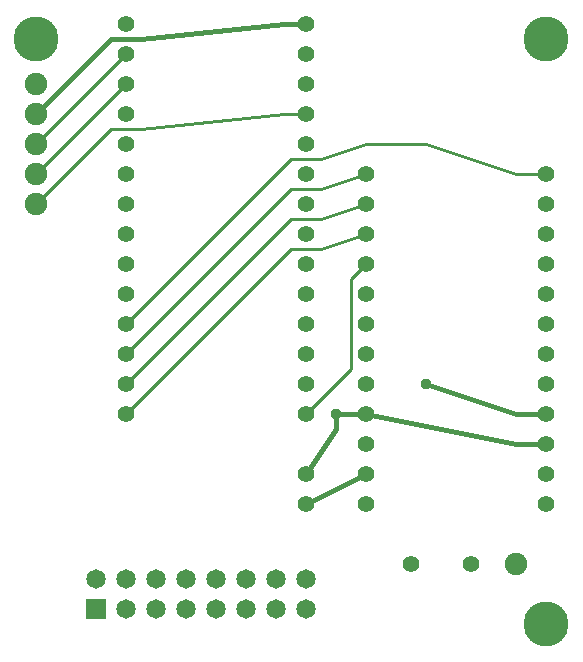
<source format=gbl>
G04*
G04 Format:               Gerber RS-274X*
G04 Layer:                BottomCopper*
G04 This File Name:       TIUSBKeys.gbl*
G04 Source File Name:     TIUSBKeys.rrb*
G04 Unique ID:            843cec37-0856-41c4-805a-d10cf3bc8157*
G04 Generated Date:       Friday, 01 January 2016 15:42:11*
G04*
G04 Created Using:        Robot Room Copper Connection v2.9.5573*
G04 Software Contact:     http://www.robotroom.com/CopperConnection/Support.aspx*
G04 License Number:       1946*
G04*
G04 Zero Suppression:     Leading*
G04 Number Precision:     2.4*
G04*
%FSLAX24Y24*%
%MOIN*%
%LNBottomCopper*%
%ADD10C,.01*%
%ADD11C,.015*%
%ADD12C,.037*%
%ADD13C,.056*%
%ADD14C,.065*%
%ADD15C,.075*%
%ADD16C,.15*%
%ADD17R,.006X.006*%
%ADD18R,.065X.065*%
D10*
G01X12000Y13000D02*
X11500Y12500D01*
Y9500D02*
Y12500D01*
X10000Y18000D02*
X9250D01*
X12000Y16000D02*
X10500Y15500D01*
X12000Y15000D02*
X10500Y14500D01*
X12000Y14000D02*
X10500Y13500D01*
X4000Y9000D02*
X9500Y14500D01*
X4000Y8000D02*
X9500Y13500D01*
X10500Y15500D02*
X9500D01*
X10500Y14500D02*
X9500D01*
X10500Y13500D02*
X9500D01*
Y15500D02*
X4000Y10000D01*
X10000Y8000D02*
X11500Y9500D01*
X4000Y11000D02*
X9500Y16500D01*
X10500D01*
X12000Y17000D01*
X14000D01*
X17000Y16000D01*
X18000D01*
X1000Y15000D02*
X3500Y17500D01*
X4500D01*
X9250Y18000D01*
X1000Y17000D02*
X4000Y20000D01*
X1000Y16000D02*
X4000Y19000D01*
D11*
X18000Y7000D02*
X17000D01*
X12000Y8000D02*
X11000D01*
X14000Y9000D02*
X17000Y8000D01*
X18000D01*
X10000Y21000D02*
X9250D01*
X1000Y18000D02*
X3500Y20500D01*
X4500D01*
X9250Y21000D01*
X12000Y8000D02*
X17000Y7000D01*
X11000Y8000D02*
Y7500D01*
X12000Y6000D02*
X10000Y5000D01*
X11000Y7500D02*
X10000Y6000D01*
D12*
X14000Y9000D03*
X11000Y8000D03*
D13*
X12000Y5000D03*
X18000D03*
Y6000D03*
Y7000D03*
Y8000D03*
Y9000D03*
Y10000D03*
Y11000D03*
Y12000D03*
Y13000D03*
Y14000D03*
Y15000D03*
Y16000D03*
X12000Y6000D03*
Y7000D03*
Y8000D03*
Y9000D03*
Y10000D03*
Y11000D03*
Y12000D03*
Y13000D03*
Y14000D03*
Y15000D03*
Y16000D03*
X4000Y8000D03*
X10000D03*
Y9000D03*
Y10000D03*
Y11000D03*
Y12000D03*
Y13000D03*
Y14000D03*
Y15000D03*
Y16000D03*
Y17000D03*
Y18000D03*
Y19000D03*
Y20000D03*
Y21000D03*
X4000Y9000D03*
Y10000D03*
Y11000D03*
Y12000D03*
Y13000D03*
Y14000D03*
Y15000D03*
Y16000D03*
Y17000D03*
Y18000D03*
Y19000D03*
Y20000D03*
Y21000D03*
X10000Y6000D03*
X13500Y3000D03*
X15500D03*
X10000Y5000D03*
D14*
X3000Y2500D03*
X4000Y1500D03*
Y2500D03*
X5000Y1500D03*
Y2500D03*
X6000Y1500D03*
Y2500D03*
X7000Y1500D03*
Y2500D03*
X8000Y1500D03*
Y2500D03*
X9000Y1500D03*
Y2500D03*
X10000Y1500D03*
Y2500D03*
D15*
X1000Y19000D03*
X17000Y3000D03*
X1000Y18000D03*
Y17000D03*
Y16000D03*
Y15000D03*
D16*
X1000Y20500D03*
X18000D03*
Y1000D03*
D18*
X3000Y1500D03*
M02*

</source>
